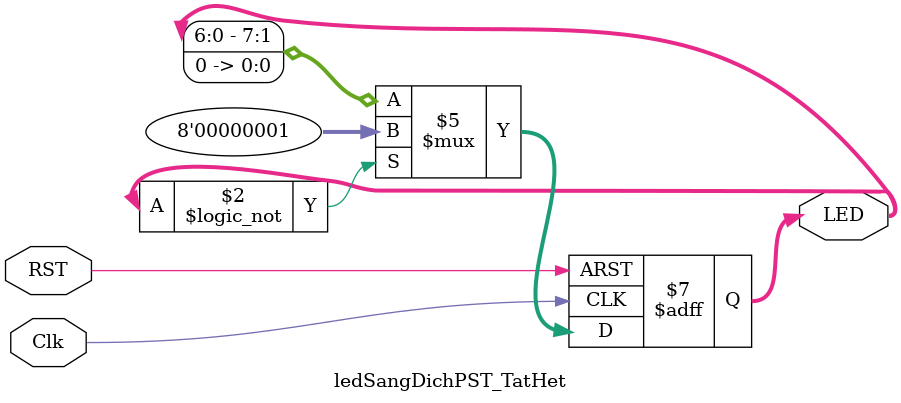
<source format=v>

`timescale 1ns/1ps

module ledSangDichPST_TatHet (
    input Clk, RST,
    output reg [7:0] LED
);

    always @ (posedge Clk or posedge RST) begin
        if (RST) 
            LED = 8'b0000_0001;
        else begin 
            if (LED == 8'b0000_0000)
                LED = 8'b0000_0001;
            else
                LED = LED << 1;
        end
    end

endmodule

</source>
